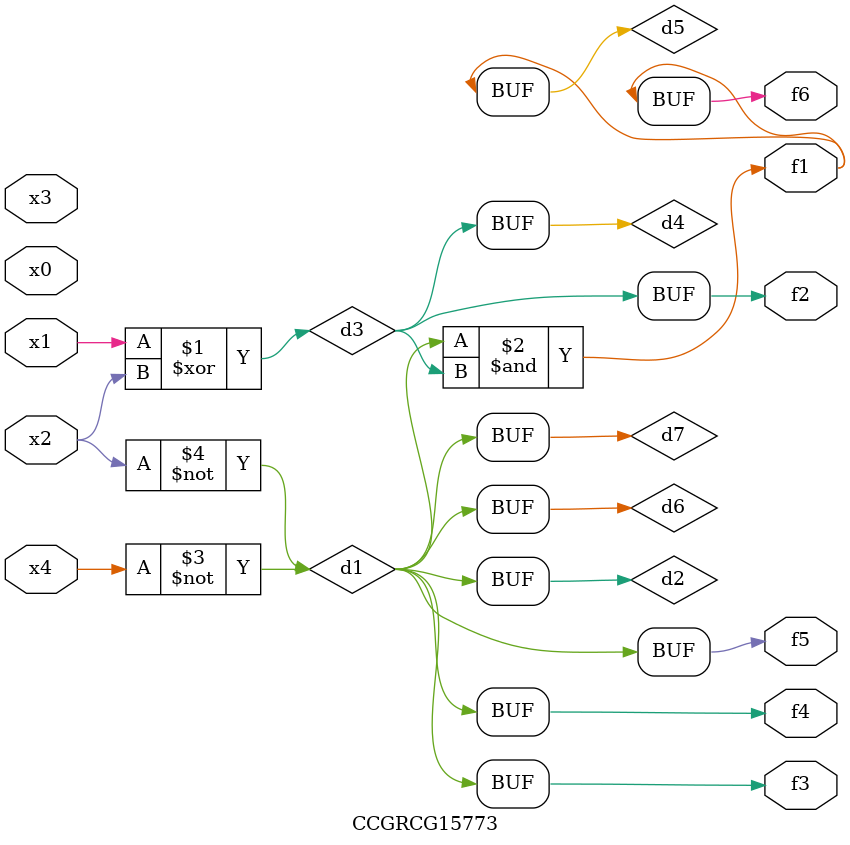
<source format=v>
module CCGRCG15773(
	input x0, x1, x2, x3, x4,
	output f1, f2, f3, f4, f5, f6
);

	wire d1, d2, d3, d4, d5, d6, d7;

	not (d1, x4);
	not (d2, x2);
	xor (d3, x1, x2);
	buf (d4, d3);
	and (d5, d1, d3);
	buf (d6, d1, d2);
	buf (d7, d2);
	assign f1 = d5;
	assign f2 = d4;
	assign f3 = d7;
	assign f4 = d7;
	assign f5 = d7;
	assign f6 = d5;
endmodule

</source>
